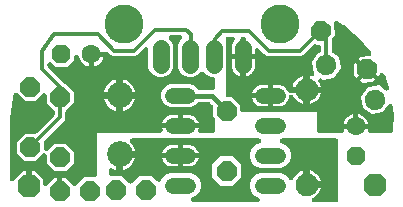
<source format=gbr>
G04 EAGLE Gerber RS-274X export*
G75*
%MOMM*%
%FSLAX34Y34*%
%LPD*%
%INBottom Copper*%
%IPPOS*%
%AMOC8*
5,1,8,0,0,1.08239X$1,22.5*%
G01*
%ADD10C,1.458000*%
%ADD11C,3.302000*%
%ADD12C,1.930400*%
%ADD13P,1.814519X8X22.500000*%
%ADD14C,2.184400*%
%ADD15P,1.732040X8X292.500000*%
%ADD16C,1.600200*%
%ADD17P,1.732040X8X202.500000*%
%ADD18P,2.089446X8X22.500000*%
%ADD19P,1.814519X8X162.500000*%
%ADD20P,1.814519X8X292.500000*%
%ADD21C,1.320800*%
%ADD22P,1.814519X8X112.500000*%
%ADD23P,1.814519X8X167.500000*%
%ADD24P,1.814519X8X202.500000*%
%ADD25C,0.304800*%
%ADD26C,0.406400*%

G36*
X45484Y11687D02*
X45484Y11687D01*
X45501Y11685D01*
X45502Y11685D01*
X45684Y11707D01*
X45867Y11725D01*
X45884Y11730D01*
X45902Y11732D01*
X46076Y11789D01*
X46252Y11843D01*
X46267Y11852D01*
X46284Y11857D01*
X46445Y11948D01*
X46606Y12035D01*
X46619Y12046D01*
X46635Y12055D01*
X46774Y12175D01*
X46915Y12293D01*
X46926Y12307D01*
X46940Y12318D01*
X47052Y12463D01*
X47167Y12606D01*
X47176Y12622D01*
X47186Y12636D01*
X47268Y12801D01*
X47353Y12964D01*
X47358Y12981D01*
X47366Y12997D01*
X47414Y13175D01*
X47464Y13351D01*
X47466Y13368D01*
X47470Y13386D01*
X47497Y13716D01*
X47497Y24639D01*
X49990Y24639D01*
X56370Y18259D01*
X56384Y18247D01*
X56396Y18234D01*
X56540Y18120D01*
X56682Y18004D01*
X56698Y17995D01*
X56712Y17984D01*
X56876Y17901D01*
X57038Y17815D01*
X57055Y17810D01*
X57071Y17802D01*
X57248Y17752D01*
X57424Y17700D01*
X57441Y17698D01*
X57459Y17694D01*
X57642Y17680D01*
X57825Y17664D01*
X57842Y17666D01*
X57860Y17664D01*
X58042Y17687D01*
X58225Y17707D01*
X58242Y17713D01*
X58260Y17715D01*
X58433Y17773D01*
X58609Y17829D01*
X58624Y17837D01*
X58641Y17843D01*
X58801Y17935D01*
X58961Y18023D01*
X58974Y18035D01*
X58990Y18044D01*
X59243Y18259D01*
X66131Y25147D01*
X74930Y25147D01*
X74948Y25149D01*
X74966Y25147D01*
X75148Y25168D01*
X75331Y25187D01*
X75348Y25192D01*
X75365Y25194D01*
X75540Y25251D01*
X75716Y25305D01*
X75731Y25313D01*
X75748Y25319D01*
X75908Y25409D01*
X76070Y25497D01*
X76083Y25508D01*
X76099Y25517D01*
X76238Y25637D01*
X76379Y25754D01*
X76390Y25768D01*
X76404Y25780D01*
X76516Y25925D01*
X76631Y26068D01*
X76639Y26084D01*
X76650Y26098D01*
X76732Y26263D01*
X76817Y26425D01*
X76822Y26442D01*
X76830Y26458D01*
X76877Y26637D01*
X76928Y26812D01*
X76930Y26830D01*
X76934Y26847D01*
X76961Y27178D01*
X76961Y62739D01*
X130539Y62739D01*
X130674Y62752D01*
X130809Y62757D01*
X130874Y62772D01*
X130940Y62779D01*
X131069Y62818D01*
X131201Y62849D01*
X131261Y62877D01*
X131325Y62897D01*
X131444Y62961D01*
X131567Y63018D01*
X131620Y63057D01*
X131679Y63089D01*
X131783Y63175D01*
X131892Y63255D01*
X131937Y63304D01*
X131988Y63346D01*
X132073Y63452D01*
X132164Y63551D01*
X132199Y63608D01*
X132241Y63660D01*
X132303Y63780D01*
X132373Y63896D01*
X132395Y63958D01*
X132426Y64017D01*
X132463Y64147D01*
X132509Y64274D01*
X132519Y64340D01*
X132537Y64404D01*
X132548Y64539D01*
X132568Y64673D01*
X132565Y64739D01*
X132570Y64806D01*
X132555Y64940D01*
X132548Y65075D01*
X132530Y65149D01*
X132523Y65205D01*
X132499Y65280D01*
X132471Y65398D01*
X132050Y66693D01*
X132033Y66803D01*
X147574Y66803D01*
X163115Y66803D01*
X163098Y66693D01*
X162677Y65398D01*
X162648Y65266D01*
X162611Y65136D01*
X162605Y65069D01*
X162591Y65004D01*
X162589Y64869D01*
X162578Y64734D01*
X162585Y64668D01*
X162584Y64602D01*
X162609Y64469D01*
X162625Y64335D01*
X162645Y64271D01*
X162657Y64206D01*
X162708Y64080D01*
X162749Y63952D01*
X162782Y63894D01*
X162807Y63832D01*
X162881Y63719D01*
X162947Y63601D01*
X162991Y63551D01*
X163027Y63495D01*
X163122Y63399D01*
X163211Y63297D01*
X163263Y63256D01*
X163310Y63208D01*
X163422Y63132D01*
X163529Y63050D01*
X163588Y63020D01*
X163643Y62983D01*
X163768Y62931D01*
X163889Y62870D01*
X163954Y62853D01*
X164015Y62828D01*
X164147Y62801D01*
X164278Y62766D01*
X164354Y62760D01*
X164410Y62749D01*
X164488Y62749D01*
X164609Y62739D01*
X175260Y62739D01*
X175278Y62741D01*
X175296Y62739D01*
X175478Y62760D01*
X175661Y62779D01*
X175678Y62784D01*
X175695Y62786D01*
X175870Y62843D01*
X176046Y62897D01*
X176061Y62905D01*
X176078Y62911D01*
X176238Y63001D01*
X176400Y63089D01*
X176413Y63100D01*
X176429Y63109D01*
X176568Y63229D01*
X176709Y63346D01*
X176720Y63360D01*
X176734Y63372D01*
X176846Y63517D01*
X176961Y63660D01*
X176969Y63676D01*
X176980Y63690D01*
X177062Y63855D01*
X177147Y64017D01*
X177152Y64034D01*
X177160Y64051D01*
X177207Y64229D01*
X177258Y64404D01*
X177260Y64422D01*
X177264Y64439D01*
X177291Y64770D01*
X177291Y73672D01*
X177289Y73698D01*
X177291Y73725D01*
X177269Y73899D01*
X177251Y74073D01*
X177244Y74098D01*
X177240Y74125D01*
X177184Y74290D01*
X177133Y74457D01*
X177120Y74481D01*
X177112Y74506D01*
X177025Y74658D01*
X176941Y74811D01*
X176924Y74832D01*
X176911Y74855D01*
X176696Y75108D01*
X175259Y76545D01*
X175259Y84684D01*
X175257Y84711D01*
X175259Y84737D01*
X175237Y84911D01*
X175219Y85085D01*
X175212Y85110D01*
X175208Y85137D01*
X175153Y85303D01*
X175101Y85470D01*
X175088Y85493D01*
X175080Y85519D01*
X174993Y85670D01*
X174909Y85824D01*
X174892Y85844D01*
X174879Y85867D01*
X174664Y86120D01*
X172480Y88304D01*
X172472Y88311D01*
X172469Y88315D01*
X172458Y88323D01*
X172442Y88342D01*
X172304Y88449D01*
X172169Y88559D01*
X172145Y88572D01*
X172124Y88588D01*
X171967Y88666D01*
X171813Y88748D01*
X171788Y88756D01*
X171764Y88768D01*
X171594Y88813D01*
X171427Y88863D01*
X171401Y88865D01*
X171375Y88872D01*
X171044Y88899D01*
X163336Y88899D01*
X163309Y88897D01*
X163282Y88899D01*
X163108Y88877D01*
X162935Y88859D01*
X162910Y88852D01*
X162883Y88848D01*
X162717Y88792D01*
X162550Y88741D01*
X162527Y88728D01*
X162501Y88720D01*
X162350Y88633D01*
X162196Y88549D01*
X162176Y88532D01*
X162152Y88519D01*
X161899Y88304D01*
X159646Y86051D01*
X156269Y84652D01*
X156098Y84581D01*
X139050Y84581D01*
X135502Y86051D01*
X132787Y88766D01*
X131317Y92314D01*
X131317Y96154D01*
X132787Y99702D01*
X135502Y102417D01*
X137511Y103249D01*
X139050Y103887D01*
X156098Y103887D01*
X159646Y102417D01*
X162407Y99656D01*
X162428Y99639D01*
X162446Y99618D01*
X162583Y99511D01*
X162719Y99401D01*
X162742Y99388D01*
X162764Y99372D01*
X162920Y99294D01*
X163075Y99212D01*
X163100Y99204D01*
X163124Y99192D01*
X163293Y99147D01*
X163460Y99097D01*
X163487Y99095D01*
X163513Y99088D01*
X163844Y99061D01*
X175260Y99061D01*
X175278Y99063D01*
X175296Y99061D01*
X175478Y99082D01*
X175661Y99101D01*
X175678Y99106D01*
X175695Y99108D01*
X175870Y99165D01*
X176046Y99219D01*
X176061Y99227D01*
X176078Y99233D01*
X176238Y99323D01*
X176400Y99411D01*
X176413Y99422D01*
X176429Y99431D01*
X176568Y99551D01*
X176709Y99668D01*
X176720Y99682D01*
X176734Y99694D01*
X176846Y99839D01*
X176961Y99982D01*
X176969Y99998D01*
X176980Y100012D01*
X177062Y100177D01*
X177147Y100339D01*
X177152Y100356D01*
X177160Y100372D01*
X177207Y100551D01*
X177258Y100726D01*
X177260Y100744D01*
X177264Y100761D01*
X177291Y101092D01*
X177291Y107672D01*
X177289Y107690D01*
X177291Y107708D01*
X177270Y107890D01*
X177251Y108073D01*
X177246Y108090D01*
X177244Y108107D01*
X177187Y108282D01*
X177133Y108458D01*
X177125Y108473D01*
X177119Y108490D01*
X177029Y108650D01*
X176941Y108812D01*
X176930Y108825D01*
X176921Y108841D01*
X176801Y108980D01*
X176684Y109121D01*
X176670Y109132D01*
X176658Y109146D01*
X176513Y109258D01*
X176370Y109373D01*
X176354Y109381D01*
X176340Y109392D01*
X176175Y109474D01*
X176013Y109559D01*
X175996Y109564D01*
X175980Y109572D01*
X175801Y109619D01*
X175626Y109670D01*
X175608Y109672D01*
X175591Y109676D01*
X175260Y109703D01*
X173805Y109703D01*
X170006Y111277D01*
X167298Y113985D01*
X167285Y113996D01*
X167273Y114009D01*
X167129Y114123D01*
X166987Y114240D01*
X166971Y114248D01*
X166957Y114259D01*
X166793Y114342D01*
X166631Y114428D01*
X166614Y114433D01*
X166598Y114441D01*
X166421Y114491D01*
X166245Y114543D01*
X166227Y114545D01*
X166210Y114549D01*
X166027Y114563D01*
X165844Y114579D01*
X165826Y114577D01*
X165809Y114579D01*
X165627Y114556D01*
X165444Y114536D01*
X165427Y114531D01*
X165409Y114528D01*
X165236Y114470D01*
X165060Y114414D01*
X165044Y114406D01*
X165028Y114400D01*
X164868Y114308D01*
X164708Y114220D01*
X164694Y114208D01*
X164679Y114199D01*
X164426Y113985D01*
X161718Y111277D01*
X157919Y109703D01*
X153805Y109703D01*
X150006Y111277D01*
X147097Y114186D01*
X145523Y117985D01*
X145523Y136679D01*
X147097Y140478D01*
X148439Y141820D01*
X148444Y141827D01*
X148451Y141832D01*
X148572Y141983D01*
X148694Y142131D01*
X148698Y142139D01*
X148703Y142146D01*
X148792Y142316D01*
X148882Y142487D01*
X148885Y142496D01*
X148889Y142503D01*
X148942Y142688D01*
X148997Y142873D01*
X148998Y142882D01*
X149000Y142890D01*
X149016Y143081D01*
X149033Y143274D01*
X149032Y143283D01*
X149033Y143292D01*
X149011Y143481D01*
X148990Y143674D01*
X148987Y143683D01*
X148986Y143691D01*
X148927Y143873D01*
X148869Y144058D01*
X148864Y144066D01*
X148861Y144074D01*
X148767Y144241D01*
X148674Y144410D01*
X148668Y144417D01*
X148664Y144425D01*
X148538Y144570D01*
X148413Y144717D01*
X148406Y144723D01*
X148400Y144730D01*
X148250Y144846D01*
X148097Y144967D01*
X148089Y144971D01*
X148082Y144976D01*
X147911Y145062D01*
X147738Y145149D01*
X147730Y145152D01*
X147722Y145156D01*
X147536Y145206D01*
X147350Y145257D01*
X147342Y145258D01*
X147333Y145260D01*
X147002Y145287D01*
X139722Y145287D01*
X139713Y145286D01*
X139704Y145287D01*
X139512Y145266D01*
X139321Y145247D01*
X139313Y145245D01*
X139304Y145244D01*
X139121Y145186D01*
X138936Y145129D01*
X138928Y145125D01*
X138920Y145122D01*
X138751Y145029D01*
X138582Y144937D01*
X138575Y144932D01*
X138568Y144927D01*
X138420Y144802D01*
X138273Y144680D01*
X138267Y144673D01*
X138261Y144667D01*
X138141Y144515D01*
X138021Y144366D01*
X138017Y144358D01*
X138011Y144351D01*
X137924Y144179D01*
X137835Y144009D01*
X137833Y144000D01*
X137829Y143992D01*
X137777Y143806D01*
X137724Y143622D01*
X137723Y143613D01*
X137721Y143604D01*
X137706Y143412D01*
X137691Y143220D01*
X137692Y143212D01*
X137691Y143203D01*
X137716Y143010D01*
X137738Y142821D01*
X137740Y142812D01*
X137742Y142803D01*
X137803Y142620D01*
X137863Y142438D01*
X137867Y142430D01*
X137870Y142422D01*
X137965Y142256D01*
X138060Y142087D01*
X138066Y142080D01*
X138071Y142073D01*
X138285Y141820D01*
X139627Y140478D01*
X141201Y136679D01*
X141201Y117985D01*
X139627Y114186D01*
X136718Y111277D01*
X132919Y109703D01*
X128805Y109703D01*
X125006Y111277D01*
X122097Y114186D01*
X120523Y117985D01*
X120523Y133283D01*
X120522Y133291D01*
X120523Y133300D01*
X120502Y133494D01*
X120483Y133683D01*
X120481Y133692D01*
X120480Y133701D01*
X120422Y133885D01*
X120365Y134068D01*
X120361Y134076D01*
X120358Y134085D01*
X120265Y134253D01*
X120173Y134422D01*
X120168Y134429D01*
X120163Y134437D01*
X120039Y134584D01*
X119916Y134731D01*
X119909Y134737D01*
X119903Y134744D01*
X119752Y134863D01*
X119602Y134984D01*
X119594Y134988D01*
X119587Y134993D01*
X119414Y135081D01*
X119245Y135169D01*
X119236Y135172D01*
X119228Y135176D01*
X119042Y135228D01*
X118858Y135281D01*
X118849Y135281D01*
X118840Y135284D01*
X118647Y135298D01*
X118456Y135314D01*
X118448Y135313D01*
X118439Y135313D01*
X118246Y135289D01*
X118057Y135267D01*
X118048Y135264D01*
X118039Y135263D01*
X117856Y135201D01*
X117674Y135142D01*
X117666Y135137D01*
X117658Y135135D01*
X117491Y135038D01*
X117323Y134944D01*
X117316Y134938D01*
X117309Y134934D01*
X117056Y134719D01*
X110540Y128203D01*
X108860Y127507D01*
X90530Y127507D01*
X88850Y128203D01*
X87278Y129775D01*
X86145Y130908D01*
X86138Y130914D01*
X86133Y130920D01*
X85983Y131041D01*
X85834Y131163D01*
X85826Y131167D01*
X85819Y131173D01*
X85649Y131261D01*
X85478Y131352D01*
X85469Y131354D01*
X85462Y131358D01*
X85277Y131411D01*
X85092Y131466D01*
X85083Y131467D01*
X85075Y131470D01*
X84884Y131485D01*
X84691Y131503D01*
X84682Y131502D01*
X84673Y131503D01*
X84484Y131480D01*
X84291Y131459D01*
X84282Y131457D01*
X84274Y131456D01*
X84092Y131396D01*
X83907Y131338D01*
X83899Y131334D01*
X83891Y131331D01*
X83867Y131317D01*
X72136Y131317D01*
X72119Y131316D01*
X72101Y131317D01*
X71918Y131296D01*
X71736Y131277D01*
X71719Y131272D01*
X71701Y131270D01*
X71526Y131213D01*
X71351Y131159D01*
X71335Y131151D01*
X71318Y131145D01*
X71158Y131055D01*
X70997Y130968D01*
X70983Y130956D01*
X70968Y130947D01*
X70828Y130827D01*
X70688Y130710D01*
X70687Y130710D01*
X70687Y130709D01*
X70676Y130696D01*
X70663Y130684D01*
X70662Y130684D01*
X70550Y130539D01*
X70435Y130396D01*
X70426Y130380D01*
X70416Y130366D01*
X70334Y130201D01*
X70249Y130038D01*
X70244Y130021D01*
X70236Y130005D01*
X70188Y129827D01*
X70138Y129651D01*
X70136Y129634D01*
X70132Y129616D01*
X70105Y129286D01*
X70105Y118935D01*
X69667Y119004D01*
X68089Y119517D01*
X66611Y120270D01*
X65269Y121245D01*
X64095Y122419D01*
X63120Y123761D01*
X62367Y125239D01*
X61854Y126818D01*
X61823Y127011D01*
X61813Y127052D01*
X61808Y127094D01*
X61761Y127246D01*
X61721Y127400D01*
X61703Y127438D01*
X61690Y127479D01*
X61614Y127619D01*
X61544Y127762D01*
X61519Y127796D01*
X61498Y127833D01*
X61396Y127955D01*
X61300Y128082D01*
X61268Y128109D01*
X61241Y128142D01*
X61117Y128242D01*
X60997Y128347D01*
X60960Y128368D01*
X60927Y128394D01*
X60786Y128467D01*
X60647Y128547D01*
X60607Y128560D01*
X60570Y128580D01*
X60417Y128624D01*
X60265Y128674D01*
X60223Y128679D01*
X60183Y128691D01*
X60024Y128704D01*
X59866Y128724D01*
X59824Y128721D01*
X59781Y128724D01*
X59623Y128706D01*
X59464Y128694D01*
X59424Y128682D01*
X59382Y128677D01*
X59230Y128628D01*
X59077Y128585D01*
X59039Y128565D01*
X58999Y128552D01*
X58860Y128474D01*
X58718Y128402D01*
X58685Y128375D01*
X58648Y128354D01*
X58528Y128250D01*
X58403Y128151D01*
X58375Y128119D01*
X58343Y128091D01*
X58246Y127966D01*
X58143Y127844D01*
X58123Y127806D01*
X58097Y127773D01*
X58026Y127631D01*
X57949Y127491D01*
X57936Y127451D01*
X57917Y127413D01*
X57876Y127258D01*
X57828Y127107D01*
X57824Y127065D01*
X57813Y127024D01*
X57790Y126750D01*
X57786Y126706D01*
X57786Y126700D01*
X57786Y126693D01*
X57786Y124709D01*
X51313Y118236D01*
X42159Y118236D01*
X38520Y121875D01*
X38513Y121881D01*
X38508Y121888D01*
X38358Y122008D01*
X38209Y122130D01*
X38201Y122134D01*
X38194Y122140D01*
X38024Y122228D01*
X37853Y122319D01*
X37844Y122321D01*
X37837Y122325D01*
X37652Y122379D01*
X37467Y122434D01*
X37458Y122434D01*
X37450Y122437D01*
X37258Y122452D01*
X37066Y122470D01*
X37057Y122469D01*
X37048Y122470D01*
X36859Y122447D01*
X36666Y122427D01*
X36657Y122424D01*
X36649Y122423D01*
X36467Y122363D01*
X36282Y122305D01*
X36274Y122301D01*
X36266Y122298D01*
X36097Y122203D01*
X35930Y122110D01*
X35923Y122104D01*
X35915Y122100D01*
X35769Y121974D01*
X35623Y121850D01*
X35617Y121843D01*
X35610Y121837D01*
X35492Y121684D01*
X35373Y121534D01*
X35369Y121526D01*
X35364Y121519D01*
X35278Y121345D01*
X35191Y121175D01*
X35188Y121166D01*
X35184Y121158D01*
X35134Y120972D01*
X35083Y120787D01*
X35082Y120778D01*
X35080Y120769D01*
X35053Y120439D01*
X35053Y119575D01*
X35055Y119549D01*
X35053Y119522D01*
X35075Y119348D01*
X35093Y119175D01*
X35100Y119149D01*
X35104Y119123D01*
X35159Y118957D01*
X35211Y118790D01*
X35224Y118766D01*
X35232Y118741D01*
X35319Y118589D01*
X35403Y118436D01*
X35420Y118415D01*
X35433Y118392D01*
X35648Y118139D01*
X49051Y104736D01*
X49072Y104719D01*
X49089Y104698D01*
X49227Y104591D01*
X49363Y104481D01*
X49386Y104468D01*
X49407Y104452D01*
X49564Y104374D01*
X49718Y104292D01*
X49744Y104284D01*
X49768Y104272D01*
X49937Y104227D01*
X50104Y104177D01*
X50131Y104175D01*
X50157Y104168D01*
X50452Y104144D01*
X57151Y97445D01*
X57151Y87975D01*
X50888Y81712D01*
X50871Y81691D01*
X50850Y81674D01*
X50743Y81536D01*
X50633Y81401D01*
X50620Y81377D01*
X50604Y81356D01*
X50526Y81199D01*
X50444Y81045D01*
X50436Y81019D01*
X50424Y80995D01*
X50379Y80826D01*
X50329Y80659D01*
X50327Y80632D01*
X50320Y80607D01*
X50293Y80276D01*
X50293Y74867D01*
X49597Y73187D01*
X32535Y56125D01*
X32518Y56104D01*
X32497Y56087D01*
X32390Y55949D01*
X32280Y55813D01*
X32267Y55790D01*
X32251Y55769D01*
X32173Y55612D01*
X32091Y55458D01*
X32083Y55432D01*
X32071Y55408D01*
X32026Y55239D01*
X31976Y55072D01*
X31974Y55045D01*
X31967Y55019D01*
X31940Y54689D01*
X31940Y49199D01*
X31941Y49190D01*
X31940Y49181D01*
X31961Y48989D01*
X31980Y48798D01*
X31982Y48790D01*
X31983Y48781D01*
X32041Y48597D01*
X32098Y48414D01*
X32102Y48406D01*
X32105Y48397D01*
X32198Y48229D01*
X32290Y48060D01*
X32295Y48053D01*
X32300Y48045D01*
X32424Y47898D01*
X32547Y47750D01*
X32554Y47745D01*
X32560Y47738D01*
X32711Y47619D01*
X32861Y47498D01*
X32869Y47494D01*
X32876Y47488D01*
X33049Y47400D01*
X33218Y47312D01*
X33227Y47310D01*
X33235Y47306D01*
X33421Y47254D01*
X33605Y47201D01*
X33614Y47200D01*
X33623Y47198D01*
X33816Y47184D01*
X34007Y47168D01*
X34015Y47169D01*
X34024Y47169D01*
X34217Y47193D01*
X34406Y47215D01*
X34415Y47218D01*
X34424Y47219D01*
X34607Y47280D01*
X34789Y47340D01*
X34797Y47344D01*
X34805Y47347D01*
X34972Y47443D01*
X35140Y47538D01*
X35147Y47544D01*
X35154Y47548D01*
X35407Y47763D01*
X40985Y53341D01*
X50455Y53341D01*
X57151Y46645D01*
X57151Y37175D01*
X50455Y30479D01*
X40985Y30479D01*
X34289Y37175D01*
X34289Y43277D01*
X34288Y43286D01*
X34289Y43295D01*
X34268Y43487D01*
X34249Y43678D01*
X34247Y43686D01*
X34246Y43695D01*
X34188Y43877D01*
X34131Y44062D01*
X34127Y44070D01*
X34124Y44079D01*
X34031Y44247D01*
X33939Y44416D01*
X33934Y44423D01*
X33929Y44431D01*
X33805Y44578D01*
X33682Y44726D01*
X33675Y44731D01*
X33669Y44738D01*
X33518Y44857D01*
X33368Y44978D01*
X33360Y44982D01*
X33353Y44988D01*
X33180Y45076D01*
X33011Y45164D01*
X33002Y45166D01*
X32994Y45170D01*
X32808Y45222D01*
X32624Y45275D01*
X32615Y45276D01*
X32606Y45278D01*
X32413Y45292D01*
X32222Y45308D01*
X32214Y45307D01*
X32205Y45307D01*
X32012Y45283D01*
X31823Y45261D01*
X31814Y45258D01*
X31805Y45257D01*
X31622Y45196D01*
X31440Y45136D01*
X31432Y45132D01*
X31424Y45129D01*
X31257Y45033D01*
X31089Y44938D01*
X31082Y44932D01*
X31075Y44928D01*
X30822Y44713D01*
X25244Y39135D01*
X15774Y39135D01*
X9078Y45831D01*
X9078Y55301D01*
X15774Y61997D01*
X24632Y61997D01*
X24658Y61999D01*
X24685Y61997D01*
X24859Y62019D01*
X25032Y62037D01*
X25058Y62044D01*
X25084Y62048D01*
X25250Y62103D01*
X25417Y62155D01*
X25441Y62168D01*
X25466Y62176D01*
X25618Y62263D01*
X25771Y62347D01*
X25792Y62364D01*
X25815Y62377D01*
X26068Y62592D01*
X40552Y77076D01*
X40569Y77097D01*
X40590Y77114D01*
X40697Y77252D01*
X40807Y77388D01*
X40820Y77411D01*
X40836Y77432D01*
X40914Y77589D01*
X40996Y77743D01*
X41004Y77769D01*
X41016Y77793D01*
X41061Y77962D01*
X41111Y78129D01*
X41113Y78156D01*
X41120Y78182D01*
X41147Y78512D01*
X41147Y80276D01*
X41145Y80302D01*
X41147Y80329D01*
X41125Y80503D01*
X41107Y80677D01*
X41100Y80702D01*
X41096Y80729D01*
X41040Y80894D01*
X40989Y81061D01*
X40976Y81085D01*
X40968Y81110D01*
X40881Y81262D01*
X40797Y81415D01*
X40780Y81436D01*
X40767Y81459D01*
X40552Y81712D01*
X34289Y87975D01*
X34289Y94077D01*
X34288Y94086D01*
X34289Y94095D01*
X34268Y94287D01*
X34249Y94478D01*
X34247Y94486D01*
X34246Y94495D01*
X34188Y94677D01*
X34131Y94862D01*
X34127Y94870D01*
X34124Y94879D01*
X34031Y95047D01*
X33939Y95216D01*
X33934Y95223D01*
X33929Y95231D01*
X33805Y95378D01*
X33682Y95526D01*
X33675Y95531D01*
X33669Y95538D01*
X33518Y95657D01*
X33368Y95778D01*
X33360Y95782D01*
X33353Y95788D01*
X33180Y95876D01*
X33011Y95964D01*
X33002Y95966D01*
X32994Y95970D01*
X32808Y96022D01*
X32624Y96075D01*
X32615Y96076D01*
X32606Y96078D01*
X32413Y96092D01*
X32222Y96108D01*
X32214Y96107D01*
X32205Y96107D01*
X32012Y96083D01*
X31823Y96061D01*
X31814Y96058D01*
X31805Y96057D01*
X31622Y95996D01*
X31440Y95936D01*
X31432Y95932D01*
X31424Y95929D01*
X31257Y95833D01*
X31089Y95738D01*
X31082Y95732D01*
X31075Y95728D01*
X30822Y95513D01*
X25244Y89935D01*
X15774Y89935D01*
X9688Y96021D01*
X9613Y96083D01*
X9545Y96152D01*
X9458Y96210D01*
X9377Y96276D01*
X9291Y96322D01*
X9210Y96376D01*
X9114Y96416D01*
X9021Y96465D01*
X8928Y96493D01*
X8838Y96530D01*
X8736Y96550D01*
X8635Y96580D01*
X8539Y96588D01*
X8443Y96607D01*
X8339Y96607D01*
X8234Y96616D01*
X8138Y96606D01*
X8041Y96605D01*
X7938Y96584D01*
X7834Y96573D01*
X7741Y96543D01*
X7646Y96524D01*
X7550Y96483D01*
X7450Y96451D01*
X7365Y96404D01*
X7276Y96366D01*
X7189Y96307D01*
X7098Y96256D01*
X7024Y96194D01*
X6944Y96139D01*
X6871Y96064D01*
X6791Y95996D01*
X6731Y95920D01*
X6663Y95850D01*
X6606Y95762D01*
X6541Y95680D01*
X6497Y95593D01*
X6445Y95512D01*
X6396Y95393D01*
X6359Y95321D01*
X6345Y95270D01*
X6318Y95205D01*
X5550Y92812D01*
X5548Y92801D01*
X5544Y92790D01*
X5472Y92466D01*
X3060Y74809D01*
X3057Y74722D01*
X3042Y74544D01*
X3003Y66533D01*
X3003Y66529D01*
X3003Y66523D01*
X3003Y65501D01*
X3006Y65466D01*
X3004Y65422D01*
X3075Y63599D01*
X3030Y63431D01*
X3029Y63416D01*
X3026Y63405D01*
X3023Y63342D01*
X3003Y63100D01*
X3003Y23880D01*
X3004Y23871D01*
X3003Y23862D01*
X3024Y23668D01*
X3043Y23479D01*
X3045Y23471D01*
X3046Y23462D01*
X3104Y23278D01*
X3161Y23094D01*
X3165Y23086D01*
X3168Y23078D01*
X3260Y22910D01*
X3353Y22740D01*
X3358Y22733D01*
X3363Y22725D01*
X3487Y22578D01*
X3610Y22431D01*
X3617Y22425D01*
X3623Y22418D01*
X3775Y22299D01*
X3924Y22179D01*
X3932Y22174D01*
X3939Y22169D01*
X4112Y22081D01*
X4281Y21993D01*
X4290Y21991D01*
X4298Y21987D01*
X4484Y21935D01*
X4668Y21882D01*
X4677Y21881D01*
X4686Y21879D01*
X4879Y21864D01*
X5070Y21849D01*
X5078Y21850D01*
X5087Y21849D01*
X5280Y21873D01*
X5469Y21896D01*
X5478Y21898D01*
X5487Y21900D01*
X5670Y21961D01*
X5852Y22021D01*
X5860Y22025D01*
X5868Y22028D01*
X6035Y22124D01*
X6203Y22218D01*
X6210Y22224D01*
X6217Y22229D01*
X6470Y22443D01*
X14000Y29973D01*
X16511Y29973D01*
X16511Y18288D01*
X16512Y18270D01*
X16511Y18253D01*
X16532Y18070D01*
X16551Y17888D01*
X16556Y17871D01*
X16558Y17853D01*
X16615Y17678D01*
X16669Y17503D01*
X16677Y17487D01*
X16683Y17470D01*
X16773Y17310D01*
X16860Y17149D01*
X16872Y17135D01*
X16881Y17119D01*
X17001Y16980D01*
X17118Y16839D01*
X17132Y16828D01*
X17144Y16815D01*
X17289Y16702D01*
X17432Y16587D01*
X17448Y16579D01*
X17462Y16568D01*
X17627Y16486D01*
X17789Y16402D01*
X17806Y16397D01*
X17822Y16389D01*
X18001Y16341D01*
X18176Y16290D01*
X18194Y16289D01*
X18211Y16284D01*
X18542Y16257D01*
X19558Y16257D01*
X19576Y16259D01*
X19594Y16257D01*
X19776Y16279D01*
X19959Y16297D01*
X19976Y16302D01*
X19993Y16304D01*
X20168Y16361D01*
X20344Y16415D01*
X20359Y16423D01*
X20376Y16429D01*
X20536Y16519D01*
X20698Y16607D01*
X20711Y16618D01*
X20727Y16627D01*
X20866Y16747D01*
X21007Y16865D01*
X21018Y16878D01*
X21032Y16890D01*
X21144Y17035D01*
X21259Y17178D01*
X21267Y17194D01*
X21278Y17208D01*
X21360Y17373D01*
X21445Y17536D01*
X21450Y17553D01*
X21458Y17569D01*
X21505Y17747D01*
X21556Y17922D01*
X21558Y17940D01*
X21562Y17957D01*
X21589Y18288D01*
X21589Y29973D01*
X24100Y29973D01*
X31243Y22830D01*
X31243Y19844D01*
X31244Y19835D01*
X31243Y19826D01*
X31264Y19632D01*
X31283Y19443D01*
X31285Y19435D01*
X31286Y19426D01*
X31344Y19242D01*
X31401Y19058D01*
X31405Y19050D01*
X31408Y19042D01*
X31501Y18873D01*
X31593Y18704D01*
X31598Y18697D01*
X31603Y18689D01*
X31727Y18542D01*
X31850Y18395D01*
X31857Y18389D01*
X31863Y18382D01*
X32014Y18263D01*
X32164Y18142D01*
X32172Y18138D01*
X32179Y18133D01*
X32352Y18045D01*
X32521Y17957D01*
X32530Y17955D01*
X32538Y17950D01*
X32724Y17899D01*
X32908Y17846D01*
X32917Y17845D01*
X32926Y17842D01*
X33119Y17828D01*
X33310Y17813D01*
X33318Y17814D01*
X33327Y17813D01*
X33520Y17837D01*
X33709Y17860D01*
X33718Y17862D01*
X33727Y17863D01*
X33910Y17925D01*
X34092Y17984D01*
X34100Y17989D01*
X34108Y17992D01*
X34275Y18088D01*
X34443Y18182D01*
X34450Y18188D01*
X34457Y18193D01*
X34710Y18407D01*
X40942Y24639D01*
X43435Y24639D01*
X43435Y13716D01*
X43436Y13699D01*
X43435Y13681D01*
X43456Y13498D01*
X43474Y13316D01*
X43480Y13299D01*
X43482Y13281D01*
X43539Y13106D01*
X43593Y12931D01*
X43601Y12915D01*
X43607Y12898D01*
X43697Y12738D01*
X43784Y12577D01*
X43796Y12563D01*
X43805Y12548D01*
X43925Y12408D01*
X44042Y12268D01*
X44056Y12256D01*
X44068Y12243D01*
X44213Y12130D01*
X44356Y12015D01*
X44372Y12007D01*
X44386Y11996D01*
X44551Y11914D01*
X44713Y11830D01*
X44730Y11825D01*
X44746Y11817D01*
X44924Y11769D01*
X45100Y11718D01*
X45118Y11717D01*
X45135Y11712D01*
X45466Y11685D01*
X45484Y11687D01*
G37*
G36*
X284234Y62752D02*
X284234Y62752D01*
X284369Y62757D01*
X284434Y62772D01*
X284500Y62779D01*
X284629Y62818D01*
X284761Y62849D01*
X284821Y62877D01*
X284885Y62897D01*
X285004Y62961D01*
X285127Y63018D01*
X285180Y63057D01*
X285239Y63089D01*
X285343Y63175D01*
X285452Y63255D01*
X285497Y63304D01*
X285548Y63346D01*
X285633Y63452D01*
X285724Y63551D01*
X285759Y63608D01*
X285801Y63660D01*
X285863Y63780D01*
X285933Y63896D01*
X285955Y63958D01*
X285986Y64017D01*
X286023Y64147D01*
X286069Y64275D01*
X286079Y64340D01*
X286097Y64404D01*
X286109Y64539D01*
X286128Y64673D01*
X286125Y64739D01*
X286130Y64806D01*
X286115Y64940D01*
X286108Y65075D01*
X286090Y65150D01*
X286083Y65205D01*
X286059Y65280D01*
X286031Y65398D01*
X285882Y65858D01*
X285813Y66295D01*
X296164Y66295D01*
X306515Y66295D01*
X306446Y65858D01*
X306297Y65398D01*
X306268Y65266D01*
X306231Y65136D01*
X306225Y65069D01*
X306211Y65004D01*
X306209Y64869D01*
X306198Y64734D01*
X306205Y64668D01*
X306204Y64602D01*
X306229Y64469D01*
X306245Y64335D01*
X306265Y64271D01*
X306277Y64206D01*
X306327Y64081D01*
X306369Y63952D01*
X306402Y63894D01*
X306427Y63832D01*
X306501Y63719D01*
X306567Y63601D01*
X306611Y63551D01*
X306647Y63495D01*
X306742Y63399D01*
X306830Y63297D01*
X306883Y63256D01*
X306930Y63208D01*
X307042Y63133D01*
X307149Y63050D01*
X307208Y63020D01*
X307263Y62983D01*
X307388Y62931D01*
X307509Y62870D01*
X307573Y62853D01*
X307635Y62828D01*
X307767Y62801D01*
X307898Y62766D01*
X307974Y62760D01*
X308029Y62749D01*
X308108Y62749D01*
X308229Y62739D01*
X325725Y62739D01*
X325865Y62753D01*
X326005Y62758D01*
X326065Y62773D01*
X326126Y62779D01*
X326260Y62820D01*
X326396Y62853D01*
X326452Y62879D01*
X326511Y62897D01*
X326634Y62964D01*
X326761Y63023D01*
X326811Y63059D01*
X326865Y63089D01*
X326972Y63178D01*
X327085Y63262D01*
X327127Y63307D01*
X327174Y63346D01*
X327262Y63456D01*
X327356Y63560D01*
X327388Y63612D01*
X327426Y63660D01*
X327491Y63785D01*
X327563Y63905D01*
X327583Y63963D01*
X327612Y64017D01*
X327650Y64152D01*
X327697Y64285D01*
X327709Y64354D01*
X327723Y64404D01*
X327730Y64485D01*
X327750Y64612D01*
X327895Y66473D01*
X327894Y66539D01*
X327901Y66631D01*
X327901Y68355D01*
X327949Y68513D01*
X327951Y68521D01*
X327953Y68528D01*
X327957Y68578D01*
X327988Y68842D01*
X328207Y75258D01*
X328201Y75344D01*
X328199Y75523D01*
X327257Y85227D01*
X327240Y85314D01*
X327232Y85401D01*
X327200Y85510D01*
X327178Y85622D01*
X327144Y85703D01*
X327120Y85788D01*
X327067Y85889D01*
X327023Y85994D01*
X326974Y86067D01*
X326934Y86145D01*
X326862Y86233D01*
X326798Y86328D01*
X326736Y86390D01*
X326681Y86458D01*
X326593Y86531D01*
X326512Y86611D01*
X326438Y86659D01*
X326371Y86715D01*
X326270Y86769D01*
X326175Y86831D01*
X326094Y86864D01*
X326016Y86906D01*
X325907Y86939D01*
X325802Y86982D01*
X325715Y86998D01*
X325631Y87023D01*
X325518Y87034D01*
X325406Y87055D01*
X325318Y87054D01*
X325230Y87062D01*
X325117Y87051D01*
X325003Y87049D01*
X324917Y87030D01*
X324830Y87021D01*
X324721Y86988D01*
X324610Y86964D01*
X324529Y86928D01*
X324445Y86902D01*
X324345Y86848D01*
X324241Y86802D01*
X324169Y86752D01*
X324092Y86710D01*
X324004Y86637D01*
X323911Y86572D01*
X323850Y86508D01*
X323783Y86451D01*
X323692Y86342D01*
X323633Y86280D01*
X323609Y86242D01*
X323571Y86196D01*
X319430Y80282D01*
X310105Y78638D01*
X302348Y84069D01*
X300703Y93395D01*
X306135Y101152D01*
X309748Y101789D01*
X309857Y101820D01*
X309968Y101841D01*
X310050Y101874D01*
X310136Y101898D01*
X310237Y101950D01*
X310341Y101992D01*
X310416Y102041D01*
X310494Y102081D01*
X310583Y102152D01*
X310677Y102214D01*
X310740Y102276D01*
X310810Y102332D01*
X310883Y102418D01*
X310963Y102498D01*
X311012Y102571D01*
X311018Y102578D01*
X311109Y102531D01*
X311196Y102473D01*
X311286Y102437D01*
X311373Y102391D01*
X311473Y102362D01*
X311569Y102323D01*
X311665Y102305D01*
X311759Y102277D01*
X311863Y102268D01*
X311965Y102249D01*
X312063Y102251D01*
X312160Y102242D01*
X312286Y102254D01*
X312367Y102255D01*
X312420Y102266D01*
X312490Y102273D01*
X315460Y102796D01*
X321048Y98884D01*
X321142Y98831D01*
X321230Y98770D01*
X321317Y98733D01*
X321399Y98687D01*
X321501Y98654D01*
X321600Y98611D01*
X321693Y98592D01*
X321782Y98563D01*
X321889Y98550D01*
X321994Y98528D01*
X322089Y98527D01*
X322182Y98517D01*
X322289Y98526D01*
X322397Y98525D01*
X322489Y98542D01*
X322584Y98550D01*
X322687Y98580D01*
X322792Y98600D01*
X322880Y98636D01*
X322970Y98663D01*
X323065Y98712D01*
X323165Y98753D01*
X323243Y98805D01*
X323327Y98849D01*
X323411Y98916D01*
X323500Y98976D01*
X323567Y99042D01*
X323640Y99102D01*
X323709Y99184D01*
X323785Y99260D01*
X323837Y99339D01*
X323897Y99412D01*
X323948Y99506D01*
X324008Y99595D01*
X324044Y99683D01*
X324088Y99766D01*
X324120Y99869D01*
X324160Y99968D01*
X324178Y100061D01*
X324206Y100151D01*
X324216Y100258D01*
X324236Y100363D01*
X324236Y100458D01*
X324245Y100552D01*
X324234Y100659D01*
X324233Y100766D01*
X324212Y100877D01*
X324204Y100953D01*
X324186Y101010D01*
X324170Y101092D01*
X322843Y105864D01*
X322815Y105936D01*
X322782Y106048D01*
X321494Y109405D01*
X321457Y109479D01*
X321407Y109599D01*
X319985Y112391D01*
X319973Y112409D01*
X319964Y112430D01*
X319864Y112579D01*
X319767Y112729D01*
X319752Y112745D01*
X319739Y112764D01*
X319612Y112890D01*
X319487Y113019D01*
X319469Y113031D01*
X319453Y113047D01*
X319303Y113146D01*
X319156Y113247D01*
X319135Y113256D01*
X319117Y113268D01*
X318951Y113335D01*
X318786Y113406D01*
X318764Y113410D01*
X318743Y113419D01*
X318567Y113451D01*
X318392Y113488D01*
X318369Y113488D01*
X318347Y113492D01*
X318168Y113490D01*
X317989Y113491D01*
X317967Y113487D01*
X317945Y113487D01*
X317769Y113449D01*
X317594Y113415D01*
X317573Y113406D01*
X317551Y113402D01*
X317387Y113330D01*
X317221Y113262D01*
X317203Y113249D01*
X317182Y113241D01*
X317036Y113138D01*
X316886Y113039D01*
X316871Y113023D01*
X316852Y113010D01*
X316619Y112774D01*
X315116Y110982D01*
X306748Y118003D01*
X306748Y118004D01*
X298381Y125024D01*
X299983Y126934D01*
X307371Y127580D01*
X307386Y127583D01*
X307402Y127583D01*
X307584Y127621D01*
X307767Y127655D01*
X307781Y127661D01*
X307796Y127664D01*
X307968Y127737D01*
X308140Y127806D01*
X308153Y127815D01*
X308167Y127821D01*
X308320Y127925D01*
X308476Y128028D01*
X308487Y128039D01*
X308500Y128048D01*
X308629Y128180D01*
X308761Y128312D01*
X308770Y128325D01*
X308781Y128336D01*
X308882Y128492D01*
X308985Y128646D01*
X308991Y128661D01*
X309000Y128674D01*
X309068Y128847D01*
X309139Y129019D01*
X309142Y129034D01*
X309148Y129048D01*
X309181Y129231D01*
X309216Y129414D01*
X309216Y129429D01*
X309219Y129445D01*
X309215Y129630D01*
X309214Y129816D01*
X309211Y129832D01*
X309211Y129847D01*
X309170Y130028D01*
X309132Y130211D01*
X309126Y130225D01*
X309123Y130240D01*
X309047Y130410D01*
X308975Y130581D01*
X308966Y130594D01*
X308960Y130608D01*
X308772Y130882D01*
X302781Y138281D01*
X302723Y138339D01*
X302639Y138439D01*
X294649Y146429D01*
X294586Y146481D01*
X294491Y146571D01*
X285710Y153682D01*
X285641Y153727D01*
X285538Y153807D01*
X280604Y157011D01*
X280527Y157051D01*
X280455Y157099D01*
X280349Y157143D01*
X280246Y157196D01*
X280163Y157219D01*
X280083Y157252D01*
X279970Y157274D01*
X279859Y157306D01*
X279773Y157313D01*
X279688Y157330D01*
X279573Y157329D01*
X279458Y157338D01*
X279372Y157328D01*
X279285Y157327D01*
X279172Y157304D01*
X279058Y157290D01*
X278976Y157263D01*
X278891Y157246D01*
X278785Y157201D01*
X278676Y157165D01*
X278600Y157122D01*
X278521Y157088D01*
X278426Y157023D01*
X278325Y156966D01*
X278260Y156909D01*
X278189Y156860D01*
X278108Y156778D01*
X278021Y156702D01*
X277968Y156634D01*
X277908Y156572D01*
X277846Y156475D01*
X277775Y156384D01*
X277737Y156306D01*
X277690Y156233D01*
X277648Y156126D01*
X277597Y156023D01*
X277574Y155939D01*
X277543Y155858D01*
X277523Y155745D01*
X277493Y155634D01*
X277488Y155547D01*
X277472Y155462D01*
X277473Y155317D01*
X277468Y155232D01*
X277474Y155188D01*
X277474Y155130D01*
X278327Y145380D01*
X276217Y142865D01*
X276138Y142750D01*
X276053Y142640D01*
X276025Y142584D01*
X275990Y142533D01*
X275936Y142404D01*
X275873Y142279D01*
X275857Y142219D01*
X275833Y142162D01*
X275805Y142025D01*
X275769Y141890D01*
X275763Y141820D01*
X275752Y141768D01*
X275752Y141686D01*
X275742Y141560D01*
X275742Y131665D01*
X275742Y131663D01*
X275742Y131660D01*
X275762Y131463D01*
X275782Y131264D01*
X275783Y131262D01*
X275783Y131260D01*
X275842Y131069D01*
X275900Y130879D01*
X275901Y130877D01*
X275902Y130875D01*
X275998Y130699D01*
X276092Y130525D01*
X276093Y130523D01*
X276094Y130522D01*
X276224Y130367D01*
X276350Y130216D01*
X276351Y130215D01*
X276353Y130213D01*
X276608Y130001D01*
X281604Y126503D01*
X283249Y117177D01*
X277817Y109420D01*
X268492Y107776D01*
X267563Y108426D01*
X267505Y108458D01*
X267452Y108498D01*
X267330Y108556D01*
X267212Y108623D01*
X267149Y108643D01*
X267089Y108672D01*
X266958Y108705D01*
X266829Y108747D01*
X266763Y108754D01*
X266698Y108771D01*
X266563Y108777D01*
X266429Y108793D01*
X266363Y108787D01*
X266296Y108790D01*
X266163Y108770D01*
X266028Y108759D01*
X265964Y108740D01*
X265898Y108730D01*
X265771Y108684D01*
X265642Y108647D01*
X265582Y108616D01*
X265520Y108593D01*
X265404Y108523D01*
X265285Y108460D01*
X265233Y108418D01*
X265176Y108384D01*
X265077Y108292D01*
X264971Y108207D01*
X264929Y108156D01*
X264880Y108111D01*
X264801Y108001D01*
X264714Y107897D01*
X264683Y107839D01*
X264644Y107785D01*
X264587Y107662D01*
X264523Y107543D01*
X264504Y107479D01*
X264476Y107419D01*
X264445Y107287D01*
X264406Y107158D01*
X264400Y107091D01*
X264384Y107026D01*
X264380Y106892D01*
X264367Y106757D01*
X264374Y106691D01*
X264372Y106624D01*
X264394Y106491D01*
X264408Y106357D01*
X264428Y106293D01*
X264439Y106227D01*
X264487Y106101D01*
X264527Y105972D01*
X264559Y105913D01*
X264583Y105851D01*
X264679Y105693D01*
X264719Y105618D01*
X264737Y105597D01*
X264755Y105568D01*
X264936Y105318D01*
X265807Y103608D01*
X266400Y101783D01*
X266410Y101721D01*
X257301Y101721D01*
X257301Y110830D01*
X257363Y110820D01*
X258171Y110558D01*
X258279Y110534D01*
X258385Y110501D01*
X258475Y110492D01*
X258564Y110472D01*
X258675Y110470D01*
X258785Y110459D01*
X258876Y110467D01*
X258967Y110466D01*
X259076Y110486D01*
X259186Y110496D01*
X259273Y110522D01*
X259363Y110539D01*
X259466Y110580D01*
X259572Y110612D01*
X259652Y110654D01*
X259737Y110688D01*
X259829Y110749D01*
X259927Y110801D01*
X259997Y110859D01*
X260073Y110909D01*
X260153Y110986D01*
X260238Y111057D01*
X260295Y111127D01*
X260360Y111191D01*
X260422Y111283D01*
X260492Y111369D01*
X260535Y111449D01*
X260586Y111525D01*
X260629Y111627D01*
X260680Y111725D01*
X260706Y111812D01*
X260741Y111896D01*
X260763Y112005D01*
X260794Y112111D01*
X260802Y112202D01*
X260820Y112291D01*
X260820Y112402D01*
X260830Y112512D01*
X260820Y112620D01*
X260820Y112694D01*
X260807Y112756D01*
X260799Y112843D01*
X259090Y122533D01*
X264522Y130290D01*
X264918Y130360D01*
X264959Y130371D01*
X265001Y130376D01*
X265152Y130425D01*
X265306Y130468D01*
X265343Y130488D01*
X265383Y130501D01*
X265522Y130579D01*
X265664Y130652D01*
X265697Y130678D01*
X265734Y130699D01*
X265854Y130803D01*
X265980Y130902D01*
X266007Y130934D01*
X266039Y130962D01*
X266136Y131088D01*
X266239Y131209D01*
X266260Y131247D01*
X266286Y131280D01*
X266357Y131423D01*
X266433Y131562D01*
X266446Y131603D01*
X266465Y131640D01*
X266506Y131795D01*
X266554Y131946D01*
X266558Y131988D01*
X266569Y132029D01*
X266592Y132303D01*
X266596Y132347D01*
X266596Y132353D01*
X266597Y132360D01*
X266596Y135416D01*
X266586Y135522D01*
X266585Y135628D01*
X266566Y135722D01*
X266557Y135816D01*
X266525Y135918D01*
X266504Y136022D01*
X266466Y136110D01*
X266438Y136201D01*
X266388Y136295D01*
X266346Y136393D01*
X266292Y136471D01*
X266247Y136555D01*
X266178Y136637D01*
X266118Y136725D01*
X266050Y136791D01*
X265989Y136865D01*
X265906Y136931D01*
X265830Y137006D01*
X265749Y137057D01*
X265675Y137117D01*
X265581Y137166D01*
X265491Y137224D01*
X265403Y137258D01*
X265318Y137302D01*
X265215Y137332D01*
X265116Y137371D01*
X265023Y137387D01*
X264931Y137414D01*
X264825Y137422D01*
X264720Y137441D01*
X264606Y137440D01*
X264530Y137447D01*
X264470Y137440D01*
X264388Y137439D01*
X262760Y137297D01*
X262704Y137335D01*
X262584Y137386D01*
X262467Y137445D01*
X262399Y137464D01*
X262334Y137492D01*
X262206Y137518D01*
X262080Y137553D01*
X262009Y137558D01*
X261939Y137572D01*
X261808Y137573D01*
X261678Y137582D01*
X261608Y137574D01*
X261537Y137574D01*
X261408Y137548D01*
X261279Y137532D01*
X261211Y137509D01*
X261142Y137496D01*
X261021Y137445D01*
X260897Y137404D01*
X260835Y137368D01*
X260770Y137341D01*
X260661Y137268D01*
X260548Y137203D01*
X260485Y137150D01*
X260436Y137116D01*
X260382Y137062D01*
X260295Y136988D01*
X251510Y128203D01*
X249830Y127507D01*
X221340Y127507D01*
X219660Y128203D01*
X218088Y129775D01*
X214160Y133703D01*
X214153Y133709D01*
X214148Y133715D01*
X213998Y133836D01*
X213849Y133958D01*
X213841Y133962D01*
X213834Y133968D01*
X213664Y134056D01*
X213493Y134147D01*
X213484Y134149D01*
X213477Y134153D01*
X213292Y134206D01*
X213107Y134261D01*
X213098Y134262D01*
X213090Y134265D01*
X212899Y134280D01*
X212706Y134298D01*
X212697Y134297D01*
X212688Y134298D01*
X212499Y134275D01*
X212306Y134254D01*
X212297Y134252D01*
X212289Y134251D01*
X212107Y134191D01*
X211922Y134133D01*
X211914Y134129D01*
X211906Y134126D01*
X211737Y134031D01*
X211570Y133938D01*
X211563Y133932D01*
X211555Y133928D01*
X211409Y133802D01*
X211263Y133678D01*
X211257Y133671D01*
X211250Y133665D01*
X211133Y133513D01*
X211013Y133362D01*
X211009Y133354D01*
X211004Y133347D01*
X210918Y133175D01*
X210831Y133003D01*
X210828Y132994D01*
X210824Y132986D01*
X210774Y132800D01*
X210723Y132615D01*
X210722Y132606D01*
X210720Y132597D01*
X210693Y132267D01*
X210693Y129706D01*
X203236Y129706D01*
X203236Y141986D01*
X203236Y141991D01*
X203236Y141993D01*
X203235Y142005D01*
X203236Y142022D01*
X203215Y142204D01*
X203196Y142387D01*
X203191Y142404D01*
X203189Y142421D01*
X203132Y142596D01*
X203078Y142772D01*
X203070Y142787D01*
X203064Y142804D01*
X202974Y142964D01*
X202886Y143126D01*
X202875Y143139D01*
X202866Y143155D01*
X202746Y143294D01*
X202629Y143435D01*
X202615Y143446D01*
X202603Y143460D01*
X202458Y143572D01*
X202315Y143687D01*
X202299Y143695D01*
X202285Y143706D01*
X202120Y143788D01*
X201958Y143873D01*
X201941Y143878D01*
X201925Y143886D01*
X201746Y143933D01*
X201571Y143984D01*
X201553Y143986D01*
X201536Y143990D01*
X201205Y144017D01*
X200519Y144017D01*
X200501Y144015D01*
X200483Y144017D01*
X200301Y143996D01*
X200118Y143977D01*
X200101Y143972D01*
X200084Y143970D01*
X199909Y143913D01*
X199733Y143859D01*
X199718Y143851D01*
X199701Y143845D01*
X199541Y143755D01*
X199379Y143667D01*
X199366Y143656D01*
X199350Y143647D01*
X199211Y143527D01*
X199070Y143410D01*
X199059Y143396D01*
X199045Y143384D01*
X198933Y143239D01*
X198818Y143096D01*
X198810Y143080D01*
X198799Y143066D01*
X198717Y142901D01*
X198632Y142739D01*
X198627Y142722D01*
X198619Y142706D01*
X198571Y142527D01*
X198521Y142352D01*
X198519Y142334D01*
X198515Y142317D01*
X198488Y141986D01*
X198488Y129706D01*
X191031Y129706D01*
X191031Y135396D01*
X191273Y136924D01*
X191752Y138396D01*
X192454Y139774D01*
X193193Y140792D01*
X193213Y140826D01*
X193231Y140848D01*
X193235Y140855D01*
X193251Y140876D01*
X193321Y141010D01*
X193397Y141140D01*
X193413Y141188D01*
X193437Y141233D01*
X193478Y141378D01*
X193527Y141520D01*
X193534Y141571D01*
X193548Y141620D01*
X193560Y141771D01*
X193580Y141920D01*
X193577Y141971D01*
X193581Y142022D01*
X193563Y142171D01*
X193553Y142321D01*
X193540Y142371D01*
X193534Y142421D01*
X193487Y142564D01*
X193448Y142710D01*
X193425Y142756D01*
X193409Y142804D01*
X193335Y142935D01*
X193268Y143070D01*
X193236Y143110D01*
X193211Y143155D01*
X193113Y143269D01*
X193020Y143388D01*
X192982Y143421D01*
X192948Y143460D01*
X192829Y143552D01*
X192715Y143650D01*
X192670Y143675D01*
X192630Y143706D01*
X192495Y143773D01*
X192364Y143847D01*
X192315Y143863D01*
X192270Y143886D01*
X192124Y143925D01*
X191981Y143971D01*
X191930Y143977D01*
X191881Y143990D01*
X191650Y144009D01*
X191581Y144017D01*
X191567Y144016D01*
X191550Y144017D01*
X187960Y144017D01*
X187942Y144015D01*
X187924Y144017D01*
X187742Y143996D01*
X187559Y143977D01*
X187542Y143972D01*
X187525Y143970D01*
X187350Y143913D01*
X187174Y143859D01*
X187159Y143851D01*
X187142Y143845D01*
X186982Y143755D01*
X186820Y143667D01*
X186807Y143656D01*
X186791Y143647D01*
X186652Y143527D01*
X186511Y143410D01*
X186500Y143396D01*
X186487Y143384D01*
X186374Y143239D01*
X186259Y143096D01*
X186251Y143080D01*
X186240Y143066D01*
X186158Y142901D01*
X186073Y142739D01*
X186068Y142722D01*
X186060Y142706D01*
X186013Y142527D01*
X185962Y142352D01*
X185960Y142334D01*
X185956Y142317D01*
X185929Y141986D01*
X185929Y137739D01*
X185932Y137708D01*
X185930Y137677D01*
X185952Y137508D01*
X185969Y137339D01*
X185978Y137309D01*
X185982Y137278D01*
X186083Y136962D01*
X186201Y136679D01*
X186201Y117985D01*
X186083Y117702D01*
X186074Y117672D01*
X186060Y117644D01*
X186016Y117480D01*
X185967Y117317D01*
X185964Y117286D01*
X185956Y117256D01*
X185929Y116925D01*
X185929Y94742D01*
X185931Y94724D01*
X185929Y94706D01*
X185950Y94524D01*
X185969Y94341D01*
X185974Y94324D01*
X185976Y94307D01*
X186033Y94132D01*
X186087Y93956D01*
X186095Y93941D01*
X186101Y93924D01*
X186191Y93764D01*
X186279Y93602D01*
X186290Y93589D01*
X186299Y93573D01*
X186419Y93434D01*
X186536Y93293D01*
X186550Y93282D01*
X186562Y93268D01*
X186707Y93156D01*
X186850Y93041D01*
X186866Y93033D01*
X186880Y93022D01*
X187045Y92940D01*
X187207Y92855D01*
X187224Y92850D01*
X187241Y92842D01*
X187419Y92795D01*
X187594Y92744D01*
X187612Y92742D01*
X187629Y92738D01*
X187960Y92711D01*
X191425Y92711D01*
X198121Y86015D01*
X198121Y82550D01*
X198123Y82532D01*
X198121Y82514D01*
X198142Y82332D01*
X198161Y82149D01*
X198166Y82132D01*
X198168Y82115D01*
X198225Y81940D01*
X198279Y81764D01*
X198287Y81749D01*
X198293Y81732D01*
X198383Y81572D01*
X198471Y81410D01*
X198482Y81397D01*
X198491Y81381D01*
X198611Y81242D01*
X198728Y81101D01*
X198742Y81090D01*
X198754Y81077D01*
X198899Y80964D01*
X199042Y80849D01*
X199058Y80841D01*
X199072Y80830D01*
X199237Y80748D01*
X199399Y80663D01*
X199416Y80658D01*
X199432Y80650D01*
X199611Y80603D01*
X199786Y80552D01*
X199804Y80550D01*
X199821Y80546D01*
X200152Y80519D01*
X263399Y80519D01*
X263399Y64770D01*
X263401Y64752D01*
X263399Y64734D01*
X263420Y64552D01*
X263439Y64369D01*
X263444Y64352D01*
X263446Y64335D01*
X263503Y64160D01*
X263557Y63984D01*
X263565Y63969D01*
X263571Y63952D01*
X263661Y63792D01*
X263749Y63630D01*
X263760Y63617D01*
X263769Y63601D01*
X263889Y63462D01*
X264006Y63321D01*
X264020Y63310D01*
X264032Y63297D01*
X264177Y63184D01*
X264320Y63069D01*
X264336Y63061D01*
X264350Y63050D01*
X264515Y62968D01*
X264677Y62883D01*
X264694Y62878D01*
X264711Y62870D01*
X264889Y62823D01*
X265064Y62772D01*
X265082Y62770D01*
X265099Y62766D01*
X265430Y62739D01*
X284099Y62739D01*
X284234Y62752D01*
G37*
G36*
X212809Y4065D02*
X212809Y4065D01*
X212813Y4065D01*
X213007Y4085D01*
X213205Y4105D01*
X213209Y4106D01*
X213214Y4106D01*
X213399Y4164D01*
X213590Y4223D01*
X213594Y4225D01*
X213598Y4226D01*
X213770Y4320D01*
X213944Y4415D01*
X213947Y4417D01*
X213951Y4420D01*
X214103Y4547D01*
X214253Y4672D01*
X214256Y4676D01*
X214259Y4679D01*
X214382Y4833D01*
X214505Y4986D01*
X214508Y4990D01*
X214510Y4993D01*
X214601Y5169D01*
X214691Y5343D01*
X214692Y5348D01*
X214694Y5352D01*
X214748Y5540D01*
X214802Y5730D01*
X214803Y5735D01*
X214804Y5739D01*
X214819Y5932D01*
X214835Y6132D01*
X214835Y6136D01*
X214835Y6140D01*
X214812Y6333D01*
X214788Y6531D01*
X214787Y6536D01*
X214786Y6540D01*
X214726Y6723D01*
X214663Y6914D01*
X214661Y6918D01*
X214660Y6922D01*
X214564Y7091D01*
X214466Y7265D01*
X214463Y7268D01*
X214460Y7272D01*
X214331Y7421D01*
X214202Y7569D01*
X214199Y7572D01*
X214196Y7576D01*
X214039Y7696D01*
X213884Y7816D01*
X213880Y7818D01*
X213877Y7821D01*
X213582Y7973D01*
X211127Y8989D01*
X208125Y11991D01*
X206501Y15912D01*
X206501Y20156D01*
X208125Y24077D01*
X211127Y27079D01*
X215048Y28703D01*
X232500Y28703D01*
X236421Y27079D01*
X239422Y24077D01*
X239541Y23791D01*
X239603Y23675D01*
X239657Y23556D01*
X239698Y23499D01*
X239731Y23436D01*
X239815Y23335D01*
X239891Y23229D01*
X239943Y23180D01*
X239988Y23126D01*
X240089Y23043D01*
X240185Y22954D01*
X240245Y22917D01*
X240300Y22872D01*
X240416Y22811D01*
X240527Y22742D01*
X240594Y22718D01*
X240657Y22685D01*
X240782Y22648D01*
X240905Y22603D01*
X240975Y22592D01*
X241043Y22572D01*
X241174Y22560D01*
X241303Y22540D01*
X241374Y22543D01*
X241444Y22537D01*
X241574Y22552D01*
X241705Y22557D01*
X241774Y22574D01*
X241845Y22582D01*
X241969Y22622D01*
X242096Y22653D01*
X242160Y22684D01*
X242228Y22705D01*
X242342Y22769D01*
X242460Y22825D01*
X242517Y22867D01*
X242579Y22902D01*
X242679Y22987D01*
X242784Y23065D01*
X242831Y23117D01*
X242885Y23164D01*
X242966Y23266D01*
X243053Y23364D01*
X243097Y23434D01*
X243133Y23481D01*
X243168Y23548D01*
X243228Y23646D01*
X244080Y25318D01*
X245208Y26871D01*
X246565Y28228D01*
X248118Y29356D01*
X249828Y30227D01*
X251653Y30820D01*
X251715Y30830D01*
X251715Y19690D01*
X251716Y19672D01*
X251715Y19655D01*
X251736Y19472D01*
X251755Y19290D01*
X251760Y19273D01*
X251762Y19255D01*
X251819Y19080D01*
X251873Y18905D01*
X251881Y18889D01*
X251887Y18872D01*
X251977Y18712D01*
X252064Y18551D01*
X252076Y18537D01*
X252085Y18521D01*
X252205Y18382D01*
X252322Y18241D01*
X252336Y18230D01*
X252348Y18217D01*
X252493Y18104D01*
X252636Y17989D01*
X252652Y17981D01*
X252666Y17970D01*
X252831Y17888D01*
X252993Y17804D01*
X253010Y17799D01*
X253026Y17791D01*
X253205Y17743D01*
X253290Y17718D01*
X253343Y17556D01*
X253397Y17380D01*
X253405Y17365D01*
X253411Y17348D01*
X253501Y17188D01*
X253589Y17026D01*
X253600Y17013D01*
X253609Y16997D01*
X253729Y16858D01*
X253847Y16717D01*
X253860Y16706D01*
X253872Y16692D01*
X254017Y16580D01*
X254160Y16465D01*
X254176Y16457D01*
X254190Y16446D01*
X254355Y16364D01*
X254518Y16279D01*
X254535Y16274D01*
X254551Y16266D01*
X254729Y16218D01*
X254904Y16168D01*
X254922Y16166D01*
X254939Y16162D01*
X255270Y16135D01*
X266410Y16135D01*
X266400Y16073D01*
X265807Y14248D01*
X264936Y12538D01*
X263808Y10985D01*
X262451Y9628D01*
X260898Y8500D01*
X259733Y7906D01*
X259626Y7838D01*
X259515Y7777D01*
X259457Y7729D01*
X259394Y7688D01*
X259303Y7601D01*
X259206Y7520D01*
X259159Y7461D01*
X259104Y7408D01*
X259033Y7304D01*
X258954Y7206D01*
X258919Y7139D01*
X258876Y7077D01*
X258826Y6961D01*
X258768Y6849D01*
X258747Y6776D01*
X258718Y6707D01*
X258692Y6583D01*
X258657Y6462D01*
X258651Y6386D01*
X258635Y6313D01*
X258634Y6186D01*
X258624Y6060D01*
X258633Y5985D01*
X258632Y5910D01*
X258656Y5786D01*
X258671Y5661D01*
X258694Y5589D01*
X258708Y5515D01*
X258756Y5398D01*
X258796Y5278D01*
X258833Y5212D01*
X258861Y5142D01*
X258931Y5037D01*
X258993Y4927D01*
X259043Y4870D01*
X259085Y4807D01*
X259174Y4718D01*
X259257Y4622D01*
X259316Y4576D01*
X259370Y4523D01*
X259475Y4453D01*
X259575Y4376D01*
X259642Y4342D01*
X259705Y4300D01*
X259822Y4253D01*
X259935Y4196D01*
X260008Y4177D01*
X260078Y4148D01*
X260202Y4125D01*
X260324Y4092D01*
X260411Y4085D01*
X260473Y4073D01*
X260547Y4074D01*
X260655Y4065D01*
X279400Y4065D01*
X279418Y4067D01*
X279436Y4065D01*
X279618Y4086D01*
X279801Y4105D01*
X279818Y4110D01*
X279835Y4112D01*
X280010Y4169D01*
X280186Y4223D01*
X280201Y4231D01*
X280218Y4237D01*
X280378Y4327D01*
X280540Y4415D01*
X280553Y4426D01*
X280569Y4435D01*
X280708Y4555D01*
X280849Y4672D01*
X280860Y4686D01*
X280874Y4698D01*
X280986Y4843D01*
X281101Y4986D01*
X281109Y5002D01*
X281120Y5016D01*
X281202Y5181D01*
X281287Y5343D01*
X281292Y5360D01*
X281300Y5376D01*
X281347Y5555D01*
X281398Y5730D01*
X281400Y5748D01*
X281404Y5765D01*
X281431Y6096D01*
X281431Y55880D01*
X281429Y55898D01*
X281431Y55916D01*
X281410Y56098D01*
X281391Y56281D01*
X281386Y56298D01*
X281384Y56315D01*
X281327Y56490D01*
X281273Y56666D01*
X281265Y56681D01*
X281259Y56698D01*
X281169Y56858D01*
X281081Y57020D01*
X281070Y57033D01*
X281061Y57049D01*
X280941Y57188D01*
X280824Y57329D01*
X280810Y57340D01*
X280798Y57354D01*
X280653Y57466D01*
X280510Y57581D01*
X280494Y57589D01*
X280480Y57600D01*
X280315Y57682D01*
X280153Y57767D01*
X280136Y57772D01*
X280120Y57780D01*
X279941Y57827D01*
X279766Y57878D01*
X279748Y57880D01*
X279731Y57884D01*
X279400Y57911D01*
X233517Y57911D01*
X233513Y57911D01*
X233508Y57911D01*
X233315Y57891D01*
X233117Y57871D01*
X233112Y57870D01*
X233108Y57870D01*
X232922Y57812D01*
X232732Y57753D01*
X232728Y57751D01*
X232724Y57750D01*
X232552Y57656D01*
X232378Y57561D01*
X232374Y57559D01*
X232370Y57556D01*
X232219Y57429D01*
X232069Y57304D01*
X232066Y57300D01*
X232062Y57297D01*
X231939Y57143D01*
X231816Y56990D01*
X231814Y56986D01*
X231811Y56983D01*
X231721Y56807D01*
X231631Y56633D01*
X231629Y56628D01*
X231627Y56624D01*
X231574Y56436D01*
X231519Y56246D01*
X231519Y56241D01*
X231518Y56237D01*
X231503Y56044D01*
X231486Y55844D01*
X231487Y55840D01*
X231487Y55836D01*
X231510Y55643D01*
X231533Y55445D01*
X231535Y55440D01*
X231535Y55436D01*
X231597Y55250D01*
X231658Y55062D01*
X231660Y55058D01*
X231662Y55054D01*
X231759Y54882D01*
X231856Y54711D01*
X231859Y54708D01*
X231861Y54704D01*
X231991Y54555D01*
X232119Y54407D01*
X232123Y54404D01*
X232126Y54400D01*
X232284Y54279D01*
X232437Y54160D01*
X232441Y54158D01*
X232445Y54155D01*
X232740Y54003D01*
X236421Y52479D01*
X239423Y49477D01*
X241047Y45556D01*
X241047Y41312D01*
X239423Y37391D01*
X236421Y34389D01*
X232500Y32765D01*
X215048Y32765D01*
X211127Y34389D01*
X208125Y37391D01*
X206501Y41312D01*
X206501Y45556D01*
X208125Y49477D01*
X211127Y52479D01*
X214808Y54003D01*
X214812Y54005D01*
X214816Y54007D01*
X214990Y54101D01*
X215163Y54194D01*
X215166Y54196D01*
X215170Y54199D01*
X215321Y54325D01*
X215473Y54450D01*
X215476Y54454D01*
X215479Y54456D01*
X215602Y54608D01*
X215727Y54763D01*
X215729Y54767D01*
X215732Y54770D01*
X215820Y54941D01*
X215914Y55119D01*
X215915Y55124D01*
X215917Y55127D01*
X215971Y55314D01*
X216027Y55506D01*
X216027Y55510D01*
X216029Y55514D01*
X216045Y55709D01*
X216062Y55907D01*
X216061Y55911D01*
X216062Y55916D01*
X216038Y56113D01*
X216017Y56307D01*
X216015Y56311D01*
X216015Y56315D01*
X215954Y56502D01*
X215893Y56690D01*
X215891Y56694D01*
X215890Y56698D01*
X215793Y56869D01*
X215697Y57042D01*
X215694Y57045D01*
X215692Y57049D01*
X215563Y57198D01*
X215435Y57347D01*
X215432Y57350D01*
X215429Y57354D01*
X215275Y57473D01*
X215118Y57596D01*
X215114Y57598D01*
X215111Y57600D01*
X214934Y57688D01*
X214758Y57776D01*
X214754Y57778D01*
X214750Y57780D01*
X214557Y57831D01*
X214370Y57883D01*
X214366Y57883D01*
X214361Y57884D01*
X214031Y57911D01*
X106790Y57911D01*
X106781Y57910D01*
X106772Y57911D01*
X106579Y57890D01*
X106389Y57871D01*
X106381Y57869D01*
X106372Y57868D01*
X106187Y57809D01*
X106004Y57753D01*
X105996Y57749D01*
X105988Y57746D01*
X105820Y57653D01*
X105650Y57561D01*
X105643Y57556D01*
X105636Y57551D01*
X105489Y57427D01*
X105341Y57304D01*
X105335Y57297D01*
X105329Y57291D01*
X105209Y57139D01*
X105089Y56990D01*
X105085Y56982D01*
X105079Y56975D01*
X104991Y56802D01*
X104903Y56633D01*
X104901Y56624D01*
X104897Y56616D01*
X104845Y56430D01*
X104792Y56246D01*
X104791Y56237D01*
X104789Y56228D01*
X104775Y56035D01*
X104759Y55844D01*
X104760Y55836D01*
X104759Y55827D01*
X104784Y55634D01*
X104806Y55445D01*
X104809Y55436D01*
X104810Y55427D01*
X104871Y55245D01*
X104931Y55062D01*
X104935Y55054D01*
X104938Y55046D01*
X105034Y54879D01*
X105129Y54711D01*
X105134Y54704D01*
X105139Y54697D01*
X105353Y54444D01*
X106375Y53422D01*
X107620Y51708D01*
X108582Y49820D01*
X109237Y47805D01*
X109262Y47651D01*
X97074Y47651D01*
X97056Y47649D01*
X97039Y47651D01*
X96856Y47630D01*
X96674Y47611D01*
X96657Y47606D01*
X96639Y47604D01*
X96464Y47547D01*
X96289Y47493D01*
X96273Y47485D01*
X96256Y47479D01*
X96096Y47389D01*
X95935Y47301D01*
X95921Y47290D01*
X95905Y47281D01*
X95766Y47161D01*
X95625Y47044D01*
X95614Y47030D01*
X95601Y47018D01*
X95488Y46873D01*
X95373Y46730D01*
X95365Y46714D01*
X95354Y46700D01*
X95272Y46535D01*
X95188Y46373D01*
X95183Y46356D01*
X95175Y46340D01*
X95127Y46161D01*
X95076Y45986D01*
X95075Y45968D01*
X95070Y45951D01*
X95050Y45709D01*
X94920Y45693D01*
X94737Y45675D01*
X94720Y45670D01*
X94703Y45668D01*
X94528Y45611D01*
X94352Y45557D01*
X94337Y45549D01*
X94320Y45543D01*
X94160Y45453D01*
X93998Y45365D01*
X93985Y45354D01*
X93969Y45345D01*
X93830Y45225D01*
X93689Y45107D01*
X93678Y45094D01*
X93664Y45082D01*
X93552Y44937D01*
X93437Y44794D01*
X93429Y44778D01*
X93418Y44764D01*
X93336Y44599D01*
X93251Y44436D01*
X93246Y44419D01*
X93238Y44403D01*
X93190Y44225D01*
X93140Y44050D01*
X93138Y44032D01*
X93134Y44015D01*
X93107Y43684D01*
X93107Y31496D01*
X92953Y31521D01*
X90938Y32176D01*
X89822Y32744D01*
X89735Y32778D01*
X89653Y32821D01*
X89548Y32851D01*
X89447Y32891D01*
X89355Y32907D01*
X89266Y32932D01*
X89157Y32941D01*
X89051Y32960D01*
X88957Y32958D01*
X88864Y32965D01*
X88757Y32953D01*
X88648Y32950D01*
X88557Y32929D01*
X88465Y32918D01*
X88361Y32885D01*
X88255Y32861D01*
X88170Y32822D01*
X88082Y32794D01*
X87987Y32740D01*
X87888Y32696D01*
X87812Y32641D01*
X87731Y32596D01*
X87649Y32525D01*
X87561Y32462D01*
X87497Y32393D01*
X87427Y32332D01*
X87360Y32247D01*
X87286Y32167D01*
X87237Y32088D01*
X87180Y32014D01*
X87131Y31917D01*
X87074Y31825D01*
X87042Y31737D01*
X87000Y31654D01*
X86972Y31549D01*
X86935Y31447D01*
X86920Y31355D01*
X86896Y31265D01*
X86885Y31131D01*
X86872Y31049D01*
X86874Y31000D01*
X86869Y30934D01*
X86869Y28448D01*
X86871Y28430D01*
X86869Y28412D01*
X86890Y28230D01*
X86909Y28047D01*
X86914Y28030D01*
X86916Y28013D01*
X86973Y27838D01*
X87027Y27662D01*
X87035Y27647D01*
X87041Y27630D01*
X87131Y27470D01*
X87219Y27308D01*
X87230Y27295D01*
X87239Y27279D01*
X87359Y27140D01*
X87476Y26999D01*
X87490Y26988D01*
X87502Y26974D01*
X87647Y26862D01*
X87790Y26747D01*
X87806Y26739D01*
X87820Y26728D01*
X87985Y26646D01*
X88147Y26561D01*
X88164Y26556D01*
X88181Y26548D01*
X88359Y26501D01*
X88534Y26450D01*
X88552Y26448D01*
X88569Y26444D01*
X88900Y26417D01*
X97866Y26417D01*
X103974Y20309D01*
X103988Y20297D01*
X103999Y20284D01*
X104143Y20170D01*
X104285Y20054D01*
X104301Y20045D01*
X104315Y20034D01*
X104479Y19951D01*
X104641Y19865D01*
X104658Y19860D01*
X104674Y19852D01*
X104851Y19802D01*
X105027Y19750D01*
X105045Y19749D01*
X105062Y19744D01*
X105245Y19730D01*
X105428Y19714D01*
X105446Y19716D01*
X105463Y19714D01*
X105645Y19737D01*
X105828Y19757D01*
X105845Y19763D01*
X105863Y19765D01*
X106037Y19823D01*
X106212Y19879D01*
X106228Y19887D01*
X106244Y19893D01*
X106404Y19985D01*
X106564Y20074D01*
X106578Y20085D01*
X106593Y20094D01*
X106846Y20309D01*
X112954Y26417D01*
X123266Y26417D01*
X127925Y21758D01*
X127935Y21749D01*
X127944Y21739D01*
X128091Y21622D01*
X128236Y21503D01*
X128248Y21496D01*
X128258Y21488D01*
X128425Y21402D01*
X128592Y21314D01*
X128605Y21310D01*
X128617Y21304D01*
X128797Y21253D01*
X128978Y21199D01*
X128991Y21198D01*
X129004Y21194D01*
X129190Y21180D01*
X129379Y21163D01*
X129392Y21164D01*
X129405Y21163D01*
X129590Y21186D01*
X129779Y21206D01*
X129792Y21210D01*
X129805Y21212D01*
X129982Y21271D01*
X130163Y21328D01*
X130175Y21334D01*
X130187Y21338D01*
X130350Y21431D01*
X130515Y21523D01*
X130525Y21531D01*
X130537Y21538D01*
X130679Y21662D01*
X130822Y21783D01*
X130831Y21793D01*
X130841Y21802D01*
X130956Y21952D01*
X131072Y22099D01*
X131078Y22111D01*
X131086Y22121D01*
X131238Y22417D01*
X131925Y24077D01*
X134927Y27079D01*
X138848Y28703D01*
X156300Y28703D01*
X160221Y27079D01*
X163223Y24077D01*
X164847Y20156D01*
X164847Y15912D01*
X163223Y11991D01*
X160221Y8989D01*
X157766Y7973D01*
X157763Y7971D01*
X157758Y7969D01*
X157586Y7876D01*
X157412Y7782D01*
X157408Y7780D01*
X157404Y7777D01*
X157255Y7653D01*
X157101Y7526D01*
X157098Y7523D01*
X157095Y7520D01*
X156972Y7367D01*
X156847Y7213D01*
X156845Y7209D01*
X156843Y7206D01*
X156752Y7031D01*
X156660Y6857D01*
X156659Y6853D01*
X156657Y6849D01*
X156603Y6659D01*
X156547Y6470D01*
X156547Y6466D01*
X156546Y6462D01*
X156529Y6264D01*
X156513Y6069D01*
X156513Y6065D01*
X156513Y6060D01*
X156536Y5863D01*
X156558Y5669D01*
X156559Y5665D01*
X156560Y5661D01*
X156621Y5472D01*
X156681Y5286D01*
X156683Y5282D01*
X156685Y5278D01*
X156782Y5105D01*
X156877Y4934D01*
X156880Y4931D01*
X156882Y4927D01*
X157011Y4778D01*
X157139Y4629D01*
X157143Y4626D01*
X157146Y4622D01*
X157300Y4503D01*
X157456Y4380D01*
X157460Y4378D01*
X157464Y4376D01*
X157640Y4288D01*
X157816Y4200D01*
X157820Y4198D01*
X157824Y4196D01*
X158017Y4145D01*
X158204Y4093D01*
X158209Y4093D01*
X158213Y4092D01*
X158544Y4065D01*
X212804Y4065D01*
X212809Y4065D01*
G37*
%LPC*%
G36*
X181534Y18033D02*
X181534Y18033D01*
X174243Y25324D01*
X174243Y35636D01*
X181534Y42927D01*
X191846Y42927D01*
X199137Y35636D01*
X199137Y25324D01*
X191846Y18033D01*
X181534Y18033D01*
G37*
%LPD*%
%LPC*%
G36*
X225805Y85089D02*
X225805Y85089D01*
X225805Y94234D01*
X225805Y103379D01*
X231098Y103379D01*
X232519Y103154D01*
X233888Y102709D01*
X235171Y102055D01*
X236335Y101209D01*
X237353Y100191D01*
X238199Y99027D01*
X238853Y97744D01*
X238920Y97538D01*
X238961Y97445D01*
X238992Y97348D01*
X239041Y97261D01*
X239081Y97170D01*
X239140Y97086D01*
X239190Y96997D01*
X239255Y96922D01*
X239313Y96840D01*
X239387Y96770D01*
X239453Y96692D01*
X239532Y96631D01*
X239604Y96563D01*
X239691Y96508D01*
X239772Y96446D01*
X239861Y96401D01*
X239945Y96348D01*
X240041Y96312D01*
X240132Y96266D01*
X240228Y96240D01*
X240321Y96205D01*
X240422Y96188D01*
X240521Y96162D01*
X240641Y96152D01*
X240719Y96139D01*
X240775Y96141D01*
X240852Y96135D01*
X251715Y96135D01*
X251715Y87026D01*
X251653Y87036D01*
X249828Y87629D01*
X248118Y88500D01*
X246565Y89628D01*
X245208Y90985D01*
X244080Y92538D01*
X243324Y94022D01*
X243233Y94164D01*
X243146Y94308D01*
X243124Y94333D01*
X243106Y94361D01*
X242989Y94482D01*
X242876Y94606D01*
X242849Y94626D01*
X242826Y94650D01*
X242687Y94746D01*
X242552Y94846D01*
X242522Y94860D01*
X242495Y94879D01*
X242340Y94945D01*
X242187Y95016D01*
X242155Y95024D01*
X242124Y95037D01*
X241960Y95072D01*
X241796Y95111D01*
X241763Y95113D01*
X241730Y95120D01*
X241562Y95121D01*
X241394Y95128D01*
X241361Y95122D01*
X241328Y95123D01*
X241163Y95091D01*
X240996Y95064D01*
X240965Y95052D01*
X240932Y95046D01*
X240777Y94982D01*
X240619Y94924D01*
X240591Y94906D01*
X240560Y94893D01*
X240420Y94800D01*
X240277Y94711D01*
X240253Y94688D01*
X240225Y94670D01*
X240106Y94551D01*
X239983Y94436D01*
X239964Y94409D01*
X239941Y94385D01*
X239847Y94245D01*
X239750Y94108D01*
X239736Y94077D01*
X239718Y94049D01*
X239654Y93894D01*
X239586Y93740D01*
X239577Y93704D01*
X239566Y93677D01*
X239550Y93592D01*
X239507Y93418D01*
X239298Y92093D01*
X238853Y90724D01*
X238199Y89441D01*
X237353Y88277D01*
X236335Y87259D01*
X235171Y86413D01*
X233888Y85759D01*
X232519Y85314D01*
X231098Y85089D01*
X225805Y85089D01*
G37*
%LPD*%
%LPC*%
G36*
X203236Y124958D02*
X203236Y124958D01*
X210693Y124958D01*
X210693Y119268D01*
X210451Y117740D01*
X209972Y116268D01*
X209270Y114890D01*
X208360Y113638D01*
X207266Y112544D01*
X206014Y111634D01*
X204636Y110932D01*
X203236Y110477D01*
X203236Y124958D01*
G37*
%LPD*%
%LPC*%
G36*
X197088Y110932D02*
X197088Y110932D01*
X195710Y111634D01*
X194458Y112544D01*
X193364Y113638D01*
X192454Y114890D01*
X191752Y116268D01*
X191273Y117740D01*
X191031Y119268D01*
X191031Y124958D01*
X198488Y124958D01*
X198488Y110477D01*
X197088Y110932D01*
G37*
%LPD*%
%LPC*%
G36*
X149605Y70865D02*
X149605Y70865D01*
X149605Y77979D01*
X154898Y77979D01*
X156319Y77754D01*
X157688Y77309D01*
X158971Y76655D01*
X160135Y75809D01*
X161153Y74791D01*
X161999Y73627D01*
X162653Y72344D01*
X163098Y70975D01*
X163115Y70865D01*
X149605Y70865D01*
G37*
%LPD*%
%LPC*%
G36*
X149605Y45465D02*
X149605Y45465D01*
X149605Y52579D01*
X154898Y52579D01*
X156319Y52354D01*
X157688Y51909D01*
X158971Y51255D01*
X160135Y50409D01*
X161153Y49391D01*
X161999Y48227D01*
X162653Y46944D01*
X163098Y45575D01*
X163115Y45465D01*
X149605Y45465D01*
G37*
%LPD*%
%LPC*%
G36*
X208233Y96265D02*
X208233Y96265D01*
X208250Y96375D01*
X208695Y97744D01*
X209349Y99027D01*
X210195Y100191D01*
X211213Y101209D01*
X212377Y102055D01*
X213660Y102709D01*
X215029Y103154D01*
X216450Y103379D01*
X221743Y103379D01*
X221743Y96265D01*
X208233Y96265D01*
G37*
%LPD*%
%LPC*%
G36*
X132033Y70865D02*
X132033Y70865D01*
X132050Y70975D01*
X132495Y72344D01*
X133149Y73627D01*
X133995Y74791D01*
X135013Y75809D01*
X136177Y76655D01*
X137460Y77309D01*
X138829Y77754D01*
X140250Y77979D01*
X145543Y77979D01*
X145543Y70865D01*
X132033Y70865D01*
G37*
%LPD*%
%LPC*%
G36*
X132033Y45465D02*
X132033Y45465D01*
X132050Y45575D01*
X132495Y46944D01*
X133149Y48227D01*
X133995Y49391D01*
X135013Y50409D01*
X136177Y51255D01*
X137460Y51909D01*
X138829Y52354D01*
X140250Y52579D01*
X145543Y52579D01*
X145543Y45465D01*
X132033Y45465D01*
G37*
%LPD*%
%LPC*%
G36*
X149605Y34289D02*
X149605Y34289D01*
X149605Y41403D01*
X163115Y41403D01*
X163098Y41293D01*
X162653Y39924D01*
X161999Y38641D01*
X161153Y37477D01*
X160135Y36459D01*
X158971Y35613D01*
X157688Y34959D01*
X156319Y34514D01*
X154898Y34289D01*
X149605Y34289D01*
G37*
%LPD*%
%LPC*%
G36*
X216450Y85089D02*
X216450Y85089D01*
X215029Y85314D01*
X213660Y85759D01*
X212377Y86413D01*
X211213Y87259D01*
X210195Y88277D01*
X209349Y89441D01*
X208695Y90724D01*
X208250Y92093D01*
X208233Y92203D01*
X221743Y92203D01*
X221743Y85089D01*
X216450Y85089D01*
G37*
%LPD*%
%LPC*%
G36*
X140250Y34289D02*
X140250Y34289D01*
X138829Y34514D01*
X137460Y34959D01*
X136177Y35613D01*
X135013Y36459D01*
X133995Y37477D01*
X133149Y38641D01*
X132495Y39924D01*
X132050Y41293D01*
X132033Y41403D01*
X145543Y41403D01*
X145543Y34289D01*
X140250Y34289D01*
G37*
%LPD*%
%LPC*%
G36*
X99105Y97651D02*
X99105Y97651D01*
X99105Y107808D01*
X99259Y107783D01*
X101274Y107128D01*
X103162Y106166D01*
X104876Y104921D01*
X106375Y103422D01*
X107620Y101708D01*
X108582Y99820D01*
X109237Y97805D01*
X109262Y97651D01*
X99105Y97651D01*
G37*
%LPD*%
%LPC*%
G36*
X82950Y97651D02*
X82950Y97651D01*
X82975Y97805D01*
X83630Y99820D01*
X84592Y101708D01*
X85837Y103422D01*
X87336Y104921D01*
X89050Y106166D01*
X90938Y107128D01*
X92953Y107783D01*
X93107Y107808D01*
X93107Y97651D01*
X82950Y97651D01*
G37*
%LPD*%
%LPC*%
G36*
X99105Y91653D02*
X99105Y91653D01*
X109262Y91653D01*
X109237Y91499D01*
X108582Y89484D01*
X107620Y87596D01*
X106375Y85882D01*
X104876Y84383D01*
X103162Y83138D01*
X101274Y82176D01*
X99259Y81521D01*
X99105Y81496D01*
X99105Y91653D01*
G37*
%LPD*%
%LPC*%
G36*
X99105Y41653D02*
X99105Y41653D01*
X109262Y41653D01*
X109237Y41499D01*
X108582Y39484D01*
X107620Y37596D01*
X106375Y35882D01*
X104876Y34383D01*
X103162Y33138D01*
X101274Y32176D01*
X99259Y31521D01*
X99105Y31496D01*
X99105Y41653D01*
G37*
%LPD*%
%LPC*%
G36*
X92953Y81521D02*
X92953Y81521D01*
X90938Y82176D01*
X89050Y83138D01*
X87336Y84383D01*
X85837Y85882D01*
X84592Y87596D01*
X83630Y89484D01*
X82975Y91499D01*
X82950Y91653D01*
X93107Y91653D01*
X93107Y81496D01*
X92953Y81521D01*
G37*
%LPD*%
%LPC*%
G36*
X299978Y106774D02*
X299978Y106774D01*
X305693Y113585D01*
X312504Y107870D01*
X310581Y105579D01*
X310526Y105498D01*
X310515Y105484D01*
X310417Y105536D01*
X310322Y105598D01*
X310239Y105630D01*
X310160Y105671D01*
X310052Y105703D01*
X309947Y105745D01*
X309859Y105760D01*
X309774Y105785D01*
X309662Y105795D01*
X309550Y105815D01*
X309445Y105814D01*
X309373Y105821D01*
X309296Y105814D01*
X309219Y105813D01*
X301887Y105172D01*
X299978Y106774D01*
G37*
%LPD*%
%LPC*%
G36*
X294956Y110988D02*
X294956Y110988D01*
X294167Y120002D01*
X295769Y121912D01*
X302581Y116197D01*
X296865Y109386D01*
X294956Y110988D01*
G37*
%LPD*%
%LPC*%
G36*
X257301Y21721D02*
X257301Y21721D01*
X257301Y30830D01*
X257363Y30820D01*
X259188Y30227D01*
X260898Y29356D01*
X262451Y28228D01*
X263808Y26871D01*
X264936Y25318D01*
X265807Y23608D01*
X266400Y21783D01*
X266410Y21721D01*
X257301Y21721D01*
G37*
%LPD*%
%LPC*%
G36*
X242606Y101721D02*
X242606Y101721D01*
X242616Y101783D01*
X243209Y103608D01*
X244080Y105318D01*
X245208Y106871D01*
X246565Y108228D01*
X248118Y109356D01*
X249828Y110227D01*
X251653Y110820D01*
X251715Y110830D01*
X251715Y101721D01*
X242606Y101721D01*
G37*
%LPD*%
%LPC*%
G36*
X257301Y96135D02*
X257301Y96135D01*
X266410Y96135D01*
X266400Y96073D01*
X265807Y94248D01*
X264936Y92538D01*
X263808Y90985D01*
X262451Y89628D01*
X260898Y88500D01*
X259188Y87629D01*
X257363Y87036D01*
X257301Y87026D01*
X257301Y96135D01*
G37*
%LPD*%
%LPC*%
G36*
X298195Y70357D02*
X298195Y70357D01*
X298195Y78677D01*
X298633Y78608D01*
X300211Y78095D01*
X301689Y77342D01*
X303031Y76367D01*
X304205Y75193D01*
X305180Y73851D01*
X305933Y72373D01*
X306446Y70795D01*
X306515Y70357D01*
X298195Y70357D01*
G37*
%LPD*%
%LPC*%
G36*
X74167Y127255D02*
X74167Y127255D01*
X82487Y127255D01*
X82418Y126817D01*
X81905Y125239D01*
X81152Y123761D01*
X80177Y122419D01*
X79003Y121245D01*
X77661Y120270D01*
X76183Y119517D01*
X74605Y119004D01*
X74167Y118935D01*
X74167Y127255D01*
G37*
%LPD*%
%LPC*%
G36*
X285813Y70357D02*
X285813Y70357D01*
X285882Y70795D01*
X286395Y72373D01*
X287148Y73851D01*
X288123Y75193D01*
X289297Y76367D01*
X290639Y77342D01*
X292117Y78095D01*
X293695Y78608D01*
X294133Y78677D01*
X294133Y70357D01*
X285813Y70357D01*
G37*
%LPD*%
D10*
X175862Y134622D02*
X175862Y120042D01*
X155862Y120042D02*
X155862Y134622D01*
X200862Y134622D02*
X200862Y120042D01*
X130862Y120042D02*
X130862Y134622D01*
D11*
X231902Y154432D03*
X99822Y154432D03*
D12*
X254508Y18928D03*
X254508Y98928D03*
D13*
X45466Y13716D03*
X70866Y13716D03*
D14*
X96106Y94652D03*
X96106Y44652D03*
D15*
X296164Y42926D03*
D16*
X296164Y68326D03*
D17*
X46736Y129286D03*
D16*
X72136Y129286D03*
D18*
X312674Y18542D03*
X19050Y17780D03*
D19*
X305443Y116447D03*
X266527Y149101D03*
D20*
X20509Y101366D03*
X20509Y50566D03*
D21*
X217170Y18034D02*
X230378Y18034D01*
X230378Y43434D02*
X217170Y43434D01*
X154178Y43434D02*
X140970Y43434D01*
X140970Y18034D02*
X154178Y18034D01*
X217170Y68834D02*
X230378Y68834D01*
X230378Y94234D02*
X217170Y94234D01*
X154178Y68834D02*
X140970Y68834D01*
X140970Y94234D02*
X154178Y94234D01*
D22*
X45720Y41910D03*
X45720Y92710D03*
D23*
X312782Y90717D03*
X271170Y119855D03*
D22*
X186690Y30480D03*
X186690Y81280D03*
D24*
X118110Y13970D03*
X92710Y13970D03*
D25*
X222250Y132080D02*
X205740Y148590D01*
X265940Y149100D02*
X266527Y149101D01*
X248920Y132080D02*
X222250Y132080D01*
X248920Y132080D02*
X265940Y149100D01*
X266527Y149101D02*
X266527Y148763D01*
X271169Y144121D02*
X271170Y119855D01*
X271169Y144121D02*
X266527Y148763D01*
X205740Y148590D02*
X182880Y148590D01*
X176530Y142240D01*
X175592Y127332D02*
X175260Y127000D01*
X175592Y127332D02*
X175862Y127332D01*
X176530Y128270D02*
X176530Y142240D01*
X176530Y128270D02*
X175592Y127332D01*
X45720Y75777D02*
X20509Y50566D01*
X45720Y75777D02*
X45720Y92710D01*
X45720Y101600D01*
X30480Y116840D01*
X30480Y132080D01*
X40640Y146050D01*
X77470Y146050D01*
X91440Y132080D01*
X107950Y132080D01*
X125730Y149860D01*
X152400Y149860D01*
X156210Y146050D01*
X156210Y128270D02*
X155862Y127922D01*
X155862Y127332D01*
X156210Y128270D02*
X156210Y146050D01*
D26*
X200862Y129338D02*
X200862Y127332D01*
X147574Y94234D02*
X147320Y93980D01*
X173990Y93980D02*
X186690Y81280D01*
X173990Y93980D02*
X147320Y93980D01*
M02*

</source>
